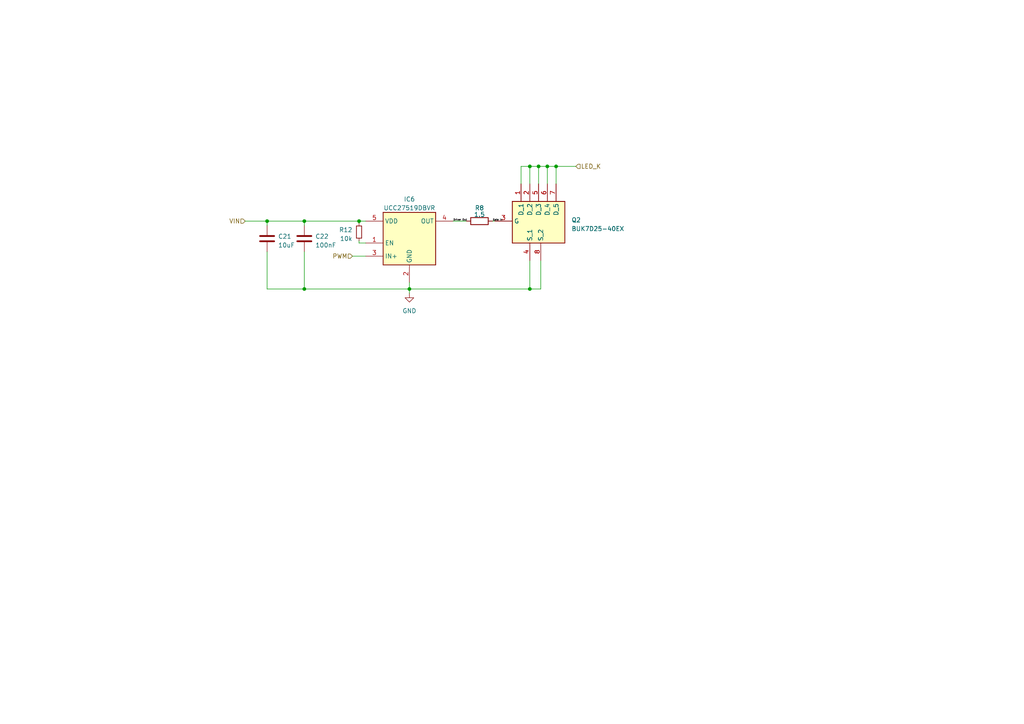
<source format=kicad_sch>
(kicad_sch (version 20230121) (generator eeschema)
  (paper "A4")
  (title_block (title "The Luwu") (date "2023-12-29") (rev "1") (company "FG Labs"))
  (lib_symbols
    (symbol "Device:C" (pin_numbers hide) (pin_names (offset 0.254))
      (property "Reference" "C" (at 0.635 2.54 0))
      (property "Value" "C" (at 0.635 -2.54 0))
      (symbol "C_0_1"
        (polyline (pts (xy -2.032 -0.762) (xy 2.032 -0.762)) (stroke (width 0.508)))
        (polyline (pts (xy -2.032 0.762) (xy 2.032 0.762)) (stroke (width 0.508)))
      )
      (symbol "C_1_1"
        (pin passive line (at 0 3.81 270) (length 2.794) (name "~") (number "1"))
        (pin passive line (at 0 -3.81 90) (length 2.794) (name "~") (number "2"))
      )
    )
    (symbol "Device:R" (pin_numbers hide) (pin_names (offset 0))
      (property "Reference" "R" (at 2.032 0 90))
      (property "Value" "R" (at 0 0 90))
      (symbol "R_0_1"
        (rectangle (start -1.016 -2.54) (end 1.016 2.54) (stroke (width 0.254)))
      )
      (symbol "R_1_1"
        (pin passive line (at 0 3.81 270) (length 1.27) (name "~") (number "1"))
        (pin passive line (at 0 -3.81 90) (length 1.27) (name "~") (number "2"))
      )
    )
    (symbol "Device:R_Small" (pin_numbers hide) (pin_names (offset 0.254) hide)
      (property "Reference" "R" (at 0.762 0.508 0))
      (property "Value" "R_Small" (at 0.762 -1.016 0))
      (symbol "R_Small_0_1"
        (rectangle (start -0.762 1.778) (end 0.762 -1.778) (stroke (width 0.2032)))
      )
      (symbol "R_Small_1_1"
        (pin passive line (at 0 2.54 270) (length 0.762) (name "~") (number "1"))
        (pin passive line (at 0 -2.54 90) (length 0.762) (name "~") (number "2"))
      )
    )
    (symbol "SamacSys_Parts_2:BUK7D25-40EX"
      (property "Reference" "Q" (at 15.24 -6.985 0))
      (property "Value" "BUK7D25-40EX" (at 15.24 -8.89 0))
      (symbol "BUK7D25-40EX_1_1"
        (rectangle (start 5.08 5.715) (end 20.32 -6.35) (stroke (width 0.254)) (fill (type background)))
        (pin passive line (at 7.62 10.795 270) (length 5.08) (name "D_1") (number "1"))
        (pin passive line (at 10.16 10.795 270) (length 5.08) (name "D_2") (number "2"))
        (pin passive line (at 0 0 0) (length 5.08) (name "G") (number "3"))
        (pin passive line (at 10.16 -11.43 90) (length 5.08) (name "S_1") (number "4"))
        (pin passive line (at 12.7 10.795 270) (length 5.08) (name "D_3") (number "5"))
        (pin passive line (at 15.24 10.795 270) (length 5.08) (name "D_4") (number "6"))
        (pin passive line (at 17.78 10.795 270) (length 5.08) (name "D_5") (number "7"))
        (pin passive line (at 13.335 -11.43 90) (length 5.08) (name "S_2") (number "8"))
      )
    )
    (symbol "SamacSys_Parts_2:UCC27519DBVR"
      (property "Reference" "IC" (at 21.59 7.62 0))
      (property "Value" "UCC27519DBVR" (at 21.59 5.08 0))
      (symbol "UCC27519DBVR_1_1"
        (rectangle (start 5.08 2.54) (end 20.32 -12.7) (stroke (width 0.254)) (fill (type background)))
        (pin passive line (at 0 -6.35 0) (length 5.08) (name "EN") (number "1"))
        (pin passive line (at 12.7 -17.78 90) (length 5.08) (name "GND") (number "2"))
        (pin passive line (at 0 -10.16 0) (length 5.08) (name "IN+") (number "3"))
        (pin passive line (at 25.4 0 180) (length 5.08) (name "OUT") (number "4"))
        (pin passive line (at 0 0 0) (length 5.08) (name "VDD") (number "5"))
      )
    )
    (symbol "power:GND" (power) (pin_names (offset 0))
      (property "Value" "GND" (at 0 -3.81 0))
      (symbol "GND_0_1"
        (polyline (pts (xy 0 0) (xy 0 -1.27) (xy 1.27 -1.27) (xy 0 -2.54) (xy -1.27 -1.27) (xy 0 -1.27)))
      )
      (symbol "GND_1_1"
        (pin power_in line (at 0 0 270) (length 0) hide (name "GND") (number "1"))
      )
    )
  )
  (junction (at 88.265 64.135))
  (junction (at 161.29 48.26))
  (junction (at 104.14 64.135))
  (junction (at 153.67 83.82))
  (junction (at 153.67 48.26))
  (junction (at 77.47 64.135))
  (junction (at 158.75 48.26))
  (junction (at 118.745 83.82))
  (junction (at 156.21 48.26))
  (junction (at 88.265 83.82))
  (wire (pts (xy 153.67 83.82) (xy 118.745 83.82)))
  (wire (pts (xy 151.13 48.26) (xy 153.67 48.26)))
  (wire (pts (xy 156.845 83.82) (xy 153.67 83.82)))
  (wire (pts (xy 118.745 83.82) (xy 118.745 85.09)))
  (wire (pts (xy 153.67 75.565) (xy 153.67 83.82)))
  (wire (pts (xy 104.14 64.135) (xy 106.045 64.135)))
  (wire (pts (xy 131.445 64.135) (xy 135.255 64.135)))
  (wire (pts (xy 156.21 48.26) (xy 156.21 53.34)))
  (wire (pts (xy 88.265 64.135) (xy 104.14 64.135)))
  (wire (pts (xy 77.47 64.135) (xy 77.47 65.405)))
  (wire (pts (xy 71.12 64.135) (xy 77.47 64.135)))
  (wire (pts (xy 161.29 48.26) (xy 167.005 48.26)))
  (wire (pts (xy 88.265 83.82) (xy 118.745 83.82)))
  (wire (pts (xy 151.13 53.34) (xy 151.13 48.26)))
  (wire (pts (xy 161.29 48.26) (xy 161.29 53.34)))
  (wire (pts (xy 156.845 75.565) (xy 156.845 83.82)))
  (wire (pts (xy 118.745 81.915) (xy 118.745 83.82)))
  (wire (pts (xy 88.265 64.135) (xy 88.265 65.405)))
  (wire (pts (xy 104.14 70.485) (xy 104.14 69.85)))
  (wire (pts (xy 158.75 48.26) (xy 158.75 53.34)))
  (wire (pts (xy 153.67 48.26) (xy 156.21 48.26)))
  (wire (pts (xy 142.875 64.135) (xy 143.51 64.135)))
  (wire (pts (xy 88.265 73.025) (xy 88.265 83.82)))
  (wire (pts (xy 104.14 64.135) (xy 104.14 64.77)))
  (wire (pts (xy 156.21 48.26) (xy 158.75 48.26)))
  (wire (pts (xy 153.67 48.26) (xy 153.67 53.34)))
  (wire (pts (xy 102.235 74.295) (xy 106.045 74.295)))
  (wire (pts (xy 106.045 70.485) (xy 104.14 70.485)))
  (wire (pts (xy 77.47 83.82) (xy 88.265 83.82)))
  (wire (pts (xy 77.47 73.025) (xy 77.47 83.82)))
  (wire (pts (xy 158.75 48.26) (xy 161.29 48.26)))
  (wire (pts (xy 77.47 64.135) (xy 88.265 64.135)))
  (label "Driver Out" (at 131.445 64.135 0) (effects (font (size 0.508 0.508))))
  (label "Gate In" (at 142.875 64.135 0) (effects (font (size 0.508 0.508))))
  (hierarchical_label "LED_K" (shape input) (at 167.005 48.26 0))
  (hierarchical_label "VIN" (shape input) (at 71.12 64.135 180))
  (hierarchical_label "PWM" (shape input) (at 102.235 74.295 180))
  (symbol (lib_id "Device:C") (at 88.265 69.215 0) (unit 1)
    (property "Reference" "C22" (at 91.44 68.58 0) (effects (justify left)))
    (property "Value" "100nF" (at 91.44 71.12 0) (effects (justify left)))
    (property "Footprint" "Capacitor_SMD:C_0603_1608Metric" (effects hide))
    (instances (project "The Luwu PCB" (path "" (reference "C22") (unit 1)) (path "" (reference "C24") (unit 1)) (path "" (reference "C26") (unit 1))))
  )
  (symbol (lib_id "SamacSys_Parts_2:UCC27519DBVR") (at 106.045 64.135 0) (unit 1)
    (property "Reference" "IC6" (at 118.745 57.785 0))
    (property "Value" "UCC27519DBVR" (at 118.745 60.325 0))
    (property "Footprint" "Samacsys 2:SOT95P280X145-5N" (effects hide))
    (property "Datasheet" "http://www.ti.com/lit/gpn/UCC27519" (effects hide))
    (property "Height" "1.45" (effects hide))
    (property "Mouser Part Number" "595-UCC27519DBVR" (effects hide))
    (property "Mouser Price/Stock" "https://www.mouser.co.uk/ProductDetail/Texas-Instruments/UCC27519DBVR?qs=Zv8nmyeoaKte1PBX4a6EXg%3D%3D" (effects hide))
    (property "Manufacturer_Name" "Texas Instruments" (effects hide))
    (property "Manufacturer_Part_Number" "UCC27519DBVR" (effects hide))
    (instances (project "The Luwu PCB" (path "" (reference "IC6") (unit 1)) (path "" (reference "IC7") (unit 1)) (path "" (reference "IC8") (unit 1))))
  )
  (symbol (lib_id "SamacSys_Parts_2:BUK7D25-40EX") (at 143.51 64.135 0) (unit 1)
    (property "Reference" "Q2" (at 165.735 63.8175 0) (effects (justify left)))
    (property "Value" "BUK7D25-40EX" (at 165.735 66.3575 0) (effects (justify left)))
    (property "Footprint" "Samacsys 2:BUK7D2540EX" (effects hide))
    (property "Datasheet" "https://assets.nexperia.com/documents/data-sheet/BUK7D25-40E.pdf" (effects hide))
    (property "Height" "0.65" (effects hide))
    (property "Mouser Part Number" "771-BUK7D25-40EX" (effects hide))
    (property "Mouser Price/Stock" "https://www.mouser.co.uk/ProductDetail/Nexperia/BUK7D25-40EX?qs=%252BEew9%252B0nqrD3pISD4vyDrQ%3D%3D" (effects hide))
    (property "Manufacturer_Name" "Nexperia" (effects hide))
    (property "Manufacturer_Part_Number" "BUK7D25-40EX" (effects hide))
    (instances (project "The Luwu PCB" (path "" (reference "Q2") (unit 1)) (path "" (reference "Q3") (unit 1)) (path "" (reference "Q4") (unit 1))))
  )
  (symbol (lib_id "Device:R") (at 139.065 64.135 90) (unit 1)
    (property "Reference" "R8" (at 139.065 60.325 90))
    (property "Value" "1.5" (at 139.065 62.23 90))
    (property "Footprint" "Resistor_SMD:R_1206_3216Metric" (effects hide))
    (instances (project "The Luwu PCB" (path "" (reference "R8") (unit 1)) (path "" (reference "R13") (unit 1)) (path "" (reference "R15") (unit 1))))
  )
  (symbol (lib_id "power:GND") (at 118.745 85.09 0) (unit 1)
    (property "Reference" "#PWR038" (effects hide))
    (property "Value" "GND" (at 118.745 90.17 0))
    (instances (project "The Luwu PCB" (path "" (reference "#PWR038") (unit 1)) (path "" (reference "#PWR039") (unit 1)) (path "" (reference "#PWR040") (unit 1))))
  )
  (symbol (lib_id "Device:R_Small") (at 104.14 67.31 0) (mirror y) (unit 1)
    (property "Reference" "R12" (at 102.235 66.675 0) (effects (justify left)))
    (property "Value" "10k" (at 102.235 69.215 0) (effects (justify left)))
    (property "Footprint" "Resistor_SMD:R_0603_1608Metric" (effects hide))
    (instances (project "The Luwu PCB" (path "" (reference "R12") (unit 1)) (path "" (reference "R14") (unit 1)) (path "" (reference "R16") (unit 1))))
  )
  (symbol (lib_id "Device:C") (at 77.47 69.215 0) (unit 1)
    (property "Reference" "C21" (at 80.645 68.58 0) (effects (justify left)))
    (property "Value" "10uF" (at 80.645 71.12 0) (effects (justify left)))
    (property "Footprint" "Capacitor_SMD:C_0603_1608Metric" (effects hide))
    (instances (project "The Luwu PCB" (path "" (reference "C21") (unit 1)) (path "" (reference "C23") (unit 1)) (path "" (reference "C25") (unit 1))))
  )
)
</source>
